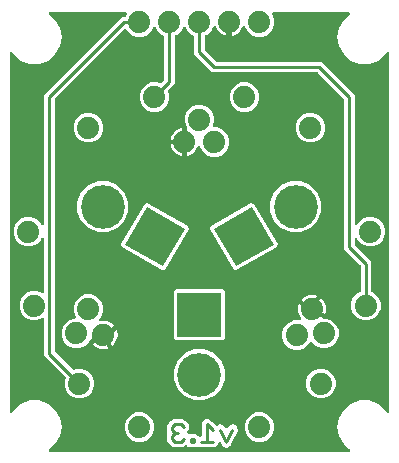
<source format=gbr>
G04 EAGLE Gerber RS-274X export*
G75*
%MOMM*%
%FSLAX34Y34*%
%LPD*%
%INBottom Copper*%
%IPPOS*%
%AMOC8*
5,1,8,0,0,1.08239X$1,22.5*%
G01*
%ADD10C,0.279400*%
%ADD11C,3.700000*%
%ADD12R,3.700000X3.700000*%
%ADD13R,3.700000X3.700000*%
%ADD14C,1.879600*%
%ADD15C,0.254000*%

G36*
X126202Y-160777D02*
X126202Y-160777D01*
X126237Y-160779D01*
X126359Y-160757D01*
X126482Y-160741D01*
X126515Y-160728D01*
X126550Y-160722D01*
X126663Y-160670D01*
X126778Y-160624D01*
X126806Y-160604D01*
X126839Y-160589D01*
X126935Y-160510D01*
X127035Y-160438D01*
X127058Y-160410D01*
X127085Y-160388D01*
X127159Y-160288D01*
X127238Y-160193D01*
X127253Y-160161D01*
X127274Y-160132D01*
X127321Y-160017D01*
X127374Y-159905D01*
X127380Y-159870D01*
X127393Y-159837D01*
X127410Y-159714D01*
X127433Y-159593D01*
X127431Y-159557D01*
X127436Y-159522D01*
X127421Y-159399D01*
X127414Y-159275D01*
X127403Y-159241D01*
X127398Y-159206D01*
X127354Y-159091D01*
X127316Y-158973D01*
X127297Y-158943D01*
X127284Y-158910D01*
X127212Y-158809D01*
X127145Y-158704D01*
X127120Y-158680D01*
X127099Y-158651D01*
X126982Y-158540D01*
X122115Y-154456D01*
X118129Y-147551D01*
X116745Y-139700D01*
X118129Y-131849D01*
X122115Y-124945D01*
X128222Y-119820D01*
X135714Y-117093D01*
X143686Y-117093D01*
X151178Y-119820D01*
X157285Y-124944D01*
X158413Y-126898D01*
X158501Y-127014D01*
X158586Y-127132D01*
X158597Y-127141D01*
X158605Y-127151D01*
X158719Y-127242D01*
X158831Y-127335D01*
X158844Y-127341D01*
X158854Y-127349D01*
X158988Y-127409D01*
X159119Y-127470D01*
X159132Y-127473D01*
X159145Y-127478D01*
X159289Y-127503D01*
X159432Y-127530D01*
X159445Y-127529D01*
X159458Y-127532D01*
X159604Y-127519D01*
X159749Y-127510D01*
X159762Y-127506D01*
X159775Y-127505D01*
X159913Y-127457D01*
X160051Y-127412D01*
X160063Y-127405D01*
X160076Y-127401D01*
X160197Y-127320D01*
X160320Y-127242D01*
X160329Y-127232D01*
X160341Y-127225D01*
X160438Y-127117D01*
X160538Y-127011D01*
X160545Y-126999D01*
X160554Y-126989D01*
X160621Y-126860D01*
X160692Y-126732D01*
X160695Y-126719D01*
X160701Y-126707D01*
X160735Y-126565D01*
X160771Y-126424D01*
X160772Y-126406D01*
X160774Y-126398D01*
X160774Y-126380D01*
X160781Y-126263D01*
X160781Y177063D01*
X160763Y177208D01*
X160748Y177353D01*
X160743Y177366D01*
X160741Y177379D01*
X160688Y177514D01*
X160637Y177651D01*
X160629Y177662D01*
X160624Y177675D01*
X160539Y177792D01*
X160456Y177912D01*
X160445Y177921D01*
X160438Y177932D01*
X160326Y178025D01*
X160215Y178120D01*
X160203Y178126D01*
X160193Y178135D01*
X160061Y178197D01*
X159930Y178262D01*
X159917Y178265D01*
X159905Y178270D01*
X159762Y178298D01*
X159619Y178328D01*
X159606Y178328D01*
X159593Y178330D01*
X159448Y178321D01*
X159302Y178315D01*
X159288Y178311D01*
X159275Y178310D01*
X159137Y178266D01*
X158997Y178224D01*
X158985Y178217D01*
X158973Y178212D01*
X158849Y178134D01*
X158725Y178059D01*
X158715Y178049D01*
X158704Y178042D01*
X158604Y177936D01*
X158502Y177832D01*
X158492Y177817D01*
X158486Y177811D01*
X158478Y177796D01*
X158413Y177698D01*
X157285Y175745D01*
X151178Y170620D01*
X143686Y167893D01*
X135714Y167893D01*
X128222Y170620D01*
X122115Y175744D01*
X118129Y182649D01*
X116745Y190500D01*
X118129Y198351D01*
X122115Y205255D01*
X126982Y209340D01*
X127006Y209366D01*
X127035Y209386D01*
X127114Y209482D01*
X127199Y209573D01*
X127215Y209604D01*
X127238Y209631D01*
X127291Y209744D01*
X127350Y209853D01*
X127358Y209887D01*
X127374Y209919D01*
X127397Y210041D01*
X127427Y210161D01*
X127427Y210197D01*
X127433Y210232D01*
X127426Y210355D01*
X127425Y210479D01*
X127416Y210514D01*
X127414Y210549D01*
X127375Y210667D01*
X127344Y210787D01*
X127326Y210818D01*
X127316Y210851D01*
X127249Y210956D01*
X127189Y211065D01*
X127164Y211090D01*
X127145Y211120D01*
X127055Y211205D01*
X126970Y211295D01*
X126940Y211314D01*
X126914Y211338D01*
X126805Y211398D01*
X126700Y211464D01*
X126666Y211475D01*
X126635Y211492D01*
X126515Y211523D01*
X126397Y211560D01*
X126362Y211562D01*
X126327Y211571D01*
X126167Y211581D01*
X62700Y211581D01*
X62651Y211575D01*
X62601Y211577D01*
X62494Y211555D01*
X62385Y211541D01*
X62339Y211523D01*
X62290Y211513D01*
X62191Y211465D01*
X62089Y211424D01*
X62049Y211395D01*
X62004Y211373D01*
X61920Y211302D01*
X61832Y211238D01*
X61800Y211199D01*
X61762Y211167D01*
X61699Y211077D01*
X61629Y210993D01*
X61608Y210948D01*
X61579Y210907D01*
X61540Y210804D01*
X61493Y210705D01*
X61484Y210656D01*
X61466Y210610D01*
X61454Y210500D01*
X61433Y210393D01*
X61437Y210343D01*
X61431Y210294D01*
X61446Y210185D01*
X61453Y210075D01*
X61469Y210028D01*
X61475Y209979D01*
X61528Y209826D01*
X63247Y205676D01*
X63247Y200724D01*
X61352Y196150D01*
X57850Y192648D01*
X53276Y190753D01*
X48324Y190753D01*
X43750Y192648D01*
X40248Y196150D01*
X38995Y199175D01*
X38980Y199201D01*
X38971Y199230D01*
X38901Y199339D01*
X38837Y199452D01*
X38816Y199473D01*
X38800Y199498D01*
X38706Y199587D01*
X38616Y199680D01*
X38590Y199696D01*
X38569Y199716D01*
X38455Y199779D01*
X38345Y199846D01*
X38316Y199855D01*
X38290Y199869D01*
X38165Y199902D01*
X38041Y199940D01*
X38011Y199941D01*
X37982Y199949D01*
X37852Y199949D01*
X37723Y199955D01*
X37694Y199949D01*
X37664Y199949D01*
X37539Y199917D01*
X37412Y199891D01*
X37385Y199878D01*
X37356Y199870D01*
X37243Y199808D01*
X37126Y199751D01*
X37103Y199732D01*
X37077Y199717D01*
X36983Y199629D01*
X36884Y199545D01*
X36867Y199520D01*
X36845Y199500D01*
X36776Y199391D01*
X36701Y199285D01*
X36690Y199257D01*
X36674Y199231D01*
X36615Y199082D01*
X36464Y198617D01*
X35611Y196943D01*
X34506Y195422D01*
X33178Y194094D01*
X31657Y192989D01*
X29983Y192136D01*
X28196Y191555D01*
X27939Y191515D01*
X27939Y201930D01*
X27924Y202048D01*
X27917Y202167D01*
X27904Y202205D01*
X27899Y202245D01*
X27856Y202356D01*
X27819Y202469D01*
X27797Y202503D01*
X27782Y202541D01*
X27712Y202637D01*
X27649Y202738D01*
X27619Y202766D01*
X27595Y202798D01*
X27504Y202874D01*
X27417Y202956D01*
X27382Y202975D01*
X27351Y203001D01*
X27243Y203052D01*
X27139Y203109D01*
X27099Y203120D01*
X27063Y203137D01*
X26946Y203159D01*
X26831Y203189D01*
X26770Y203193D01*
X26750Y203197D01*
X26730Y203195D01*
X26670Y203199D01*
X24130Y203199D01*
X24012Y203184D01*
X23893Y203177D01*
X23855Y203164D01*
X23814Y203159D01*
X23704Y203115D01*
X23591Y203079D01*
X23556Y203057D01*
X23519Y203042D01*
X23423Y202972D01*
X23322Y202909D01*
X23294Y202879D01*
X23261Y202855D01*
X23186Y202764D01*
X23104Y202677D01*
X23084Y202642D01*
X23059Y202610D01*
X23008Y202503D01*
X22950Y202398D01*
X22940Y202359D01*
X22923Y202323D01*
X22901Y202206D01*
X22871Y202091D01*
X22867Y202030D01*
X22863Y202010D01*
X22865Y201990D01*
X22861Y201930D01*
X22861Y191515D01*
X22604Y191555D01*
X20817Y192136D01*
X19143Y192989D01*
X17622Y194094D01*
X16294Y195422D01*
X15189Y196943D01*
X14336Y198617D01*
X14185Y199082D01*
X14172Y199109D01*
X14165Y199138D01*
X14105Y199252D01*
X14050Y199370D01*
X14031Y199393D01*
X14017Y199419D01*
X13930Y199515D01*
X13847Y199615D01*
X13823Y199632D01*
X13803Y199654D01*
X13694Y199726D01*
X13590Y199802D01*
X13562Y199813D01*
X13537Y199829D01*
X13414Y199871D01*
X13294Y199919D01*
X13264Y199923D01*
X13236Y199932D01*
X13107Y199943D01*
X12979Y199959D01*
X12949Y199955D01*
X12919Y199958D01*
X12791Y199935D01*
X12663Y199919D01*
X12635Y199908D01*
X12606Y199903D01*
X12488Y199850D01*
X12367Y199802D01*
X12343Y199785D01*
X12316Y199773D01*
X12215Y199692D01*
X12110Y199616D01*
X12091Y199593D01*
X12067Y199574D01*
X11989Y199470D01*
X11907Y199371D01*
X11894Y199344D01*
X11876Y199320D01*
X11805Y199175D01*
X10552Y196150D01*
X7050Y192648D01*
X5102Y191841D01*
X5077Y191827D01*
X5049Y191817D01*
X4939Y191748D01*
X4826Y191684D01*
X4805Y191663D01*
X4780Y191647D01*
X4691Y191553D01*
X4598Y191462D01*
X4582Y191437D01*
X4562Y191416D01*
X4499Y191302D01*
X4431Y191191D01*
X4423Y191163D01*
X4408Y191137D01*
X4376Y191011D01*
X4338Y190887D01*
X4336Y190858D01*
X4329Y190829D01*
X4319Y190669D01*
X4319Y180115D01*
X4331Y180016D01*
X4334Y179917D01*
X4351Y179859D01*
X4359Y179799D01*
X4395Y179707D01*
X4423Y179612D01*
X4453Y179560D01*
X4476Y179503D01*
X4534Y179423D01*
X4584Y179338D01*
X4650Y179263D01*
X4662Y179246D01*
X4672Y179238D01*
X4690Y179217D01*
X14117Y169790D01*
X14195Y169730D01*
X14268Y169662D01*
X14321Y169633D01*
X14368Y169596D01*
X14459Y169556D01*
X14546Y169508D01*
X14605Y169493D01*
X14660Y169469D01*
X14758Y169454D01*
X14854Y169429D01*
X14954Y169423D01*
X14974Y169419D01*
X14987Y169421D01*
X15015Y169419D01*
X103389Y169419D01*
X131319Y141489D01*
X131319Y32263D01*
X131327Y32194D01*
X131326Y32124D01*
X131347Y32037D01*
X131359Y31948D01*
X131384Y31883D01*
X131401Y31815D01*
X131443Y31736D01*
X131476Y31652D01*
X131517Y31596D01*
X131549Y31534D01*
X131610Y31467D01*
X131662Y31395D01*
X131716Y31350D01*
X131763Y31299D01*
X131838Y31249D01*
X131907Y31192D01*
X131971Y31162D01*
X132029Y31124D01*
X132114Y31095D01*
X132195Y31056D01*
X132264Y31043D01*
X132330Y31021D01*
X132419Y31014D01*
X132507Y30997D01*
X132577Y31001D01*
X132647Y30995D01*
X132735Y31011D01*
X132825Y31016D01*
X132891Y31038D01*
X132960Y31050D01*
X133042Y31087D01*
X133127Y31114D01*
X133186Y31152D01*
X133250Y31180D01*
X133320Y31236D01*
X133396Y31285D01*
X133444Y31335D01*
X133498Y31379D01*
X133553Y31451D01*
X133614Y31516D01*
X133648Y31577D01*
X133690Y31633D01*
X133761Y31778D01*
X134228Y32906D01*
X137730Y36408D01*
X142304Y38303D01*
X147256Y38303D01*
X151830Y36408D01*
X155332Y32906D01*
X157227Y28332D01*
X157227Y23380D01*
X155332Y18805D01*
X151830Y15304D01*
X147256Y13409D01*
X142304Y13409D01*
X137730Y15304D01*
X134228Y18805D01*
X133761Y19934D01*
X133726Y19995D01*
X133700Y20060D01*
X133648Y20132D01*
X133603Y20210D01*
X133555Y20261D01*
X133514Y20317D01*
X133444Y20374D01*
X133382Y20439D01*
X133322Y20475D01*
X133269Y20520D01*
X133187Y20558D01*
X133111Y20605D01*
X133044Y20626D01*
X132981Y20655D01*
X132893Y20672D01*
X132807Y20699D01*
X132737Y20702D01*
X132668Y20715D01*
X132579Y20710D01*
X132489Y20714D01*
X132421Y20700D01*
X132351Y20695D01*
X132266Y20668D01*
X132178Y20650D01*
X132115Y20619D01*
X132049Y20597D01*
X131973Y20549D01*
X131892Y20510D01*
X131839Y20465D01*
X131780Y20427D01*
X131718Y20362D01*
X131650Y20303D01*
X131610Y20246D01*
X131562Y20196D01*
X131519Y20117D01*
X131467Y20043D01*
X131442Y19978D01*
X131408Y19917D01*
X131386Y19830D01*
X131354Y19746D01*
X131346Y19677D01*
X131329Y19609D01*
X131319Y19448D01*
X131319Y15015D01*
X131331Y14916D01*
X131334Y14817D01*
X131351Y14759D01*
X131359Y14699D01*
X131395Y14607D01*
X131423Y14512D01*
X131453Y14460D01*
X131476Y14403D01*
X131534Y14323D01*
X131584Y14238D01*
X131650Y14163D01*
X131662Y14146D01*
X131672Y14138D01*
X131690Y14117D01*
X145289Y519D01*
X145289Y-24323D01*
X145292Y-24352D01*
X145290Y-24382D01*
X145312Y-24510D01*
X145329Y-24638D01*
X145339Y-24666D01*
X145344Y-24695D01*
X145398Y-24814D01*
X145446Y-24934D01*
X145463Y-24958D01*
X145475Y-24985D01*
X145556Y-25086D01*
X145632Y-25192D01*
X145655Y-25210D01*
X145674Y-25233D01*
X145777Y-25312D01*
X145877Y-25394D01*
X145904Y-25407D01*
X145928Y-25425D01*
X146072Y-25496D01*
X148020Y-26303D01*
X151522Y-29804D01*
X153417Y-34379D01*
X153417Y-39330D01*
X151522Y-43905D01*
X148020Y-47406D01*
X143446Y-49301D01*
X138494Y-49301D01*
X133920Y-47406D01*
X130418Y-43905D01*
X128523Y-39330D01*
X128523Y-34379D01*
X130418Y-29804D01*
X133920Y-26303D01*
X135868Y-25496D01*
X135893Y-25481D01*
X135921Y-25472D01*
X136031Y-25402D01*
X136144Y-25338D01*
X136165Y-25318D01*
X136190Y-25302D01*
X136279Y-25207D01*
X136372Y-25117D01*
X136388Y-25092D01*
X136408Y-25070D01*
X136471Y-24956D01*
X136539Y-24846D01*
X136547Y-24817D01*
X136562Y-24792D01*
X136594Y-24666D01*
X136632Y-24542D01*
X136634Y-24512D01*
X136641Y-24484D01*
X136651Y-24323D01*
X136651Y-3585D01*
X136639Y-3486D01*
X136636Y-3387D01*
X136619Y-3329D01*
X136611Y-3269D01*
X136575Y-3177D01*
X136547Y-3082D01*
X136517Y-3030D01*
X136494Y-2973D01*
X136436Y-2893D01*
X136386Y-2808D01*
X136320Y-2733D01*
X136308Y-2716D01*
X136298Y-2708D01*
X136280Y-2687D01*
X125583Y8010D01*
X122681Y10911D01*
X122681Y137385D01*
X122669Y137484D01*
X122666Y137583D01*
X122649Y137641D01*
X122641Y137701D01*
X122605Y137793D01*
X122577Y137888D01*
X122547Y137940D01*
X122524Y137997D01*
X122466Y138077D01*
X122416Y138162D01*
X122350Y138237D01*
X122338Y138254D01*
X122328Y138262D01*
X122310Y138283D01*
X100183Y160410D01*
X100105Y160470D01*
X100032Y160538D01*
X99979Y160567D01*
X99932Y160604D01*
X99841Y160644D01*
X99754Y160692D01*
X99695Y160707D01*
X99640Y160731D01*
X99542Y160746D01*
X99446Y160771D01*
X99346Y160777D01*
X99326Y160781D01*
X99313Y160779D01*
X99285Y160781D01*
X10911Y160781D01*
X-1417Y173110D01*
X-4319Y176011D01*
X-4319Y190669D01*
X-4322Y190698D01*
X-4320Y190727D01*
X-4342Y190855D01*
X-4359Y190984D01*
X-4369Y191011D01*
X-4374Y191041D01*
X-4428Y191159D01*
X-4476Y191280D01*
X-4493Y191304D01*
X-4505Y191331D01*
X-4586Y191432D01*
X-4662Y191537D01*
X-4685Y191556D01*
X-4704Y191579D01*
X-4807Y191657D01*
X-4907Y191740D01*
X-4934Y191753D01*
X-4958Y191770D01*
X-5102Y191841D01*
X-7050Y192648D01*
X-10552Y196150D01*
X-11527Y198505D01*
X-11596Y198625D01*
X-11661Y198748D01*
X-11675Y198763D01*
X-11685Y198781D01*
X-11782Y198881D01*
X-11875Y198984D01*
X-11892Y198995D01*
X-11906Y199009D01*
X-12025Y199082D01*
X-12141Y199158D01*
X-12160Y199165D01*
X-12177Y199176D01*
X-12310Y199217D01*
X-12442Y199262D01*
X-12462Y199263D01*
X-12481Y199269D01*
X-12620Y199276D01*
X-12759Y199287D01*
X-12779Y199283D01*
X-12799Y199284D01*
X-12935Y199256D01*
X-13072Y199232D01*
X-13091Y199224D01*
X-13110Y199220D01*
X-13236Y199159D01*
X-13362Y199102D01*
X-13378Y199089D01*
X-13396Y199080D01*
X-13502Y198990D01*
X-13610Y198903D01*
X-13623Y198887D01*
X-13638Y198874D01*
X-13718Y198760D01*
X-13802Y198649D01*
X-13814Y198624D01*
X-13821Y198614D01*
X-13828Y198595D01*
X-13873Y198505D01*
X-14848Y196149D01*
X-18350Y192648D01*
X-20298Y191841D01*
X-20323Y191827D01*
X-20351Y191817D01*
X-20461Y191748D01*
X-20574Y191684D01*
X-20595Y191663D01*
X-20620Y191647D01*
X-20709Y191553D01*
X-20802Y191462D01*
X-20818Y191437D01*
X-20838Y191416D01*
X-20901Y191302D01*
X-20969Y191191D01*
X-20977Y191163D01*
X-20992Y191137D01*
X-21024Y191011D01*
X-21062Y190887D01*
X-21064Y190858D01*
X-21071Y190829D01*
X-21081Y190669D01*
X-21081Y150611D01*
X-26185Y145507D01*
X-26203Y145484D01*
X-26226Y145465D01*
X-26301Y145359D01*
X-26380Y145256D01*
X-26392Y145229D01*
X-26409Y145205D01*
X-26455Y145083D01*
X-26506Y144964D01*
X-26511Y144935D01*
X-26521Y144907D01*
X-26536Y144778D01*
X-26556Y144650D01*
X-26553Y144621D01*
X-26557Y144591D01*
X-26539Y144463D01*
X-26526Y144333D01*
X-26516Y144306D01*
X-26512Y144276D01*
X-26460Y144124D01*
X-25653Y142176D01*
X-25653Y137224D01*
X-27548Y132650D01*
X-31050Y129148D01*
X-35624Y127253D01*
X-40576Y127253D01*
X-45150Y129148D01*
X-48652Y132650D01*
X-50547Y137224D01*
X-50547Y142176D01*
X-48652Y146750D01*
X-45150Y150252D01*
X-40576Y152147D01*
X-35624Y152147D01*
X-33676Y151340D01*
X-33648Y151332D01*
X-33621Y151319D01*
X-33494Y151290D01*
X-33369Y151256D01*
X-33340Y151255D01*
X-33311Y151249D01*
X-33181Y151253D01*
X-33051Y151251D01*
X-33023Y151258D01*
X-32993Y151259D01*
X-32868Y151295D01*
X-32742Y151325D01*
X-32716Y151339D01*
X-32688Y151347D01*
X-32576Y151413D01*
X-32461Y151474D01*
X-32439Y151493D01*
X-32414Y151508D01*
X-32293Y151615D01*
X-30090Y153817D01*
X-30030Y153895D01*
X-29962Y153968D01*
X-29933Y154021D01*
X-29896Y154068D01*
X-29856Y154159D01*
X-29808Y154246D01*
X-29793Y154305D01*
X-29769Y154360D01*
X-29754Y154458D01*
X-29729Y154554D01*
X-29723Y154654D01*
X-29719Y154674D01*
X-29721Y154687D01*
X-29719Y154715D01*
X-29719Y190669D01*
X-29722Y190698D01*
X-29720Y190727D01*
X-29742Y190855D01*
X-29759Y190984D01*
X-29769Y191011D01*
X-29774Y191041D01*
X-29828Y191159D01*
X-29876Y191280D01*
X-29893Y191304D01*
X-29905Y191331D01*
X-29986Y191432D01*
X-30062Y191537D01*
X-30085Y191556D01*
X-30104Y191579D01*
X-30207Y191657D01*
X-30307Y191740D01*
X-30334Y191753D01*
X-30358Y191770D01*
X-30502Y191841D01*
X-32450Y192648D01*
X-35952Y196150D01*
X-36927Y198505D01*
X-36996Y198625D01*
X-37061Y198748D01*
X-37075Y198763D01*
X-37085Y198781D01*
X-37182Y198881D01*
X-37275Y198984D01*
X-37292Y198995D01*
X-37306Y199009D01*
X-37425Y199082D01*
X-37541Y199158D01*
X-37560Y199165D01*
X-37577Y199176D01*
X-37710Y199217D01*
X-37842Y199262D01*
X-37862Y199263D01*
X-37881Y199269D01*
X-38020Y199276D01*
X-38159Y199287D01*
X-38179Y199283D01*
X-38199Y199284D01*
X-38335Y199256D01*
X-38472Y199232D01*
X-38491Y199224D01*
X-38510Y199220D01*
X-38636Y199159D01*
X-38762Y199102D01*
X-38778Y199089D01*
X-38796Y199080D01*
X-38902Y198990D01*
X-39010Y198903D01*
X-39023Y198887D01*
X-39038Y198874D01*
X-39118Y198760D01*
X-39202Y198649D01*
X-39214Y198624D01*
X-39221Y198614D01*
X-39228Y198595D01*
X-39273Y198505D01*
X-40248Y196149D01*
X-43750Y192648D01*
X-48324Y190753D01*
X-53276Y190753D01*
X-57850Y192648D01*
X-61352Y196150D01*
X-61530Y196580D01*
X-61555Y196623D01*
X-61572Y196670D01*
X-61633Y196761D01*
X-61688Y196856D01*
X-61722Y196892D01*
X-61750Y196933D01*
X-61833Y197006D01*
X-61909Y197085D01*
X-61951Y197111D01*
X-61989Y197144D01*
X-62087Y197194D01*
X-62180Y197251D01*
X-62228Y197266D01*
X-62272Y197288D01*
X-62379Y197312D01*
X-62484Y197345D01*
X-62534Y197347D01*
X-62582Y197358D01*
X-62692Y197355D01*
X-62802Y197360D01*
X-62850Y197350D01*
X-62900Y197348D01*
X-63006Y197318D01*
X-63113Y197296D01*
X-63158Y197274D01*
X-63206Y197260D01*
X-63300Y197204D01*
X-63399Y197156D01*
X-63437Y197124D01*
X-63480Y197098D01*
X-63600Y196992D01*
X-122310Y138283D01*
X-122370Y138205D01*
X-122438Y138132D01*
X-122467Y138079D01*
X-122504Y138032D01*
X-122544Y137941D01*
X-122592Y137854D01*
X-122607Y137795D01*
X-122631Y137740D01*
X-122646Y137642D01*
X-122671Y137546D01*
X-122677Y137446D01*
X-122681Y137426D01*
X-122679Y137413D01*
X-122681Y137385D01*
X-122681Y-75130D01*
X-122669Y-75229D01*
X-122666Y-75328D01*
X-122649Y-75386D01*
X-122641Y-75446D01*
X-122605Y-75538D01*
X-122577Y-75633D01*
X-122547Y-75685D01*
X-122524Y-75742D01*
X-122466Y-75822D01*
X-122416Y-75907D01*
X-122350Y-75982D01*
X-122338Y-75999D01*
X-122328Y-76007D01*
X-122310Y-76028D01*
X-107407Y-90931D01*
X-107384Y-90949D01*
X-107365Y-90971D01*
X-107258Y-91046D01*
X-107156Y-91126D01*
X-107129Y-91137D01*
X-107105Y-91154D01*
X-106983Y-91200D01*
X-106864Y-91252D01*
X-106835Y-91257D01*
X-106807Y-91267D01*
X-106678Y-91281D01*
X-106550Y-91302D01*
X-106520Y-91299D01*
X-106491Y-91302D01*
X-106363Y-91284D01*
X-106233Y-91272D01*
X-106205Y-91262D01*
X-106176Y-91258D01*
X-106024Y-91206D01*
X-104076Y-90399D01*
X-99124Y-90399D01*
X-94550Y-92294D01*
X-91048Y-95795D01*
X-89153Y-100370D01*
X-89153Y-105321D01*
X-91048Y-109896D01*
X-94550Y-113397D01*
X-99124Y-115292D01*
X-104076Y-115292D01*
X-108650Y-113397D01*
X-112152Y-109896D01*
X-114047Y-105321D01*
X-114047Y-100370D01*
X-113240Y-98421D01*
X-113232Y-98393D01*
X-113218Y-98367D01*
X-113190Y-98240D01*
X-113156Y-98115D01*
X-113155Y-98085D01*
X-113149Y-98056D01*
X-113153Y-97927D01*
X-113151Y-97797D01*
X-113158Y-97768D01*
X-113158Y-97738D01*
X-113195Y-97614D01*
X-113225Y-97487D01*
X-113239Y-97461D01*
X-113247Y-97433D01*
X-113313Y-97321D01*
X-113374Y-97206D01*
X-113393Y-97184D01*
X-113408Y-97159D01*
X-113515Y-97038D01*
X-130278Y-80275D01*
X-131319Y-79234D01*
X-131319Y-77421D01*
X-131319Y-48755D01*
X-131325Y-48705D01*
X-131323Y-48656D01*
X-131345Y-48548D01*
X-131359Y-48439D01*
X-131377Y-48393D01*
X-131387Y-48344D01*
X-131435Y-48245D01*
X-131476Y-48143D01*
X-131505Y-48103D01*
X-131527Y-48059D01*
X-131598Y-47975D01*
X-131662Y-47886D01*
X-131701Y-47854D01*
X-131733Y-47817D01*
X-131823Y-47753D01*
X-131907Y-47683D01*
X-131952Y-47662D01*
X-131993Y-47633D01*
X-132096Y-47594D01*
X-132195Y-47548D01*
X-132244Y-47538D01*
X-132290Y-47521D01*
X-132400Y-47509D01*
X-132507Y-47488D01*
X-132557Y-47491D01*
X-132606Y-47485D01*
X-132715Y-47501D01*
X-132825Y-47508D01*
X-132872Y-47523D01*
X-132921Y-47530D01*
X-133074Y-47582D01*
X-137224Y-49301D01*
X-142176Y-49301D01*
X-146750Y-47406D01*
X-150252Y-43905D01*
X-152147Y-39330D01*
X-152147Y-34379D01*
X-150252Y-29804D01*
X-146750Y-26303D01*
X-142176Y-24408D01*
X-137224Y-24408D01*
X-133074Y-26127D01*
X-133026Y-26140D01*
X-132981Y-26161D01*
X-132873Y-26182D01*
X-132767Y-26211D01*
X-132717Y-26212D01*
X-132668Y-26221D01*
X-132559Y-26214D01*
X-132449Y-26216D01*
X-132401Y-26204D01*
X-132351Y-26201D01*
X-132247Y-26167D01*
X-132140Y-26142D01*
X-132096Y-26118D01*
X-132049Y-26103D01*
X-131956Y-26044D01*
X-131859Y-25993D01*
X-131822Y-25960D01*
X-131780Y-25933D01*
X-131705Y-25853D01*
X-131623Y-25779D01*
X-131596Y-25738D01*
X-131562Y-25701D01*
X-131509Y-25605D01*
X-131449Y-25513D01*
X-131432Y-25466D01*
X-131408Y-25423D01*
X-131381Y-25317D01*
X-131345Y-25213D01*
X-131341Y-25163D01*
X-131329Y-25115D01*
X-131319Y-24954D01*
X-131319Y19448D01*
X-131327Y19518D01*
X-131326Y19587D01*
X-131347Y19675D01*
X-131359Y19764D01*
X-131384Y19829D01*
X-131401Y19897D01*
X-131443Y19976D01*
X-131476Y20060D01*
X-131517Y20116D01*
X-131549Y20178D01*
X-131610Y20244D01*
X-131662Y20317D01*
X-131716Y20362D01*
X-131763Y20413D01*
X-131838Y20462D01*
X-131907Y20520D01*
X-131971Y20550D01*
X-132029Y20588D01*
X-132114Y20617D01*
X-132195Y20655D01*
X-132264Y20668D01*
X-132330Y20691D01*
X-132419Y20698D01*
X-132507Y20715D01*
X-132577Y20711D01*
X-132647Y20716D01*
X-132735Y20701D01*
X-132825Y20695D01*
X-132891Y20674D01*
X-132960Y20662D01*
X-133042Y20625D01*
X-133127Y20597D01*
X-133186Y20560D01*
X-133250Y20531D01*
X-133320Y20475D01*
X-133396Y20427D01*
X-133444Y20376D01*
X-133498Y20333D01*
X-133553Y20261D01*
X-133614Y20196D01*
X-133648Y20134D01*
X-133690Y20079D01*
X-133761Y19934D01*
X-134228Y18805D01*
X-137730Y15304D01*
X-142304Y13409D01*
X-147256Y13409D01*
X-151830Y15304D01*
X-155332Y18805D01*
X-157227Y23380D01*
X-157227Y28332D01*
X-155332Y32906D01*
X-151830Y36408D01*
X-147256Y38303D01*
X-142304Y38303D01*
X-137730Y36408D01*
X-134228Y32906D01*
X-133761Y31778D01*
X-133726Y31717D01*
X-133700Y31652D01*
X-133648Y31580D01*
X-133603Y31501D01*
X-133555Y31451D01*
X-133514Y31395D01*
X-133444Y31337D01*
X-133382Y31273D01*
X-133322Y31237D01*
X-133269Y31192D01*
X-133187Y31154D01*
X-133111Y31107D01*
X-133044Y31086D01*
X-132981Y31056D01*
X-132893Y31040D01*
X-132807Y31013D01*
X-132737Y31010D01*
X-132668Y30997D01*
X-132579Y31002D01*
X-132489Y30998D01*
X-132421Y31012D01*
X-132351Y31016D01*
X-132266Y31044D01*
X-132178Y31062D01*
X-132115Y31093D01*
X-132049Y31114D01*
X-131973Y31162D01*
X-131892Y31202D01*
X-131839Y31247D01*
X-131780Y31285D01*
X-131718Y31350D01*
X-131650Y31408D01*
X-131610Y31465D01*
X-131562Y31516D01*
X-131519Y31595D01*
X-131467Y31668D01*
X-131442Y31734D01*
X-131408Y31795D01*
X-131386Y31882D01*
X-131354Y31966D01*
X-131346Y32035D01*
X-131329Y32103D01*
X-131319Y32263D01*
X-131319Y141489D01*
X-65289Y207519D01*
X-63331Y207519D01*
X-63302Y207522D01*
X-63273Y207520D01*
X-63145Y207542D01*
X-63016Y207559D01*
X-62989Y207569D01*
X-62959Y207574D01*
X-62841Y207628D01*
X-62720Y207676D01*
X-62696Y207693D01*
X-62669Y207705D01*
X-62568Y207786D01*
X-62463Y207862D01*
X-62444Y207885D01*
X-62421Y207904D01*
X-62343Y208007D01*
X-62260Y208107D01*
X-62247Y208134D01*
X-62230Y208158D01*
X-62159Y208302D01*
X-61528Y209826D01*
X-61514Y209874D01*
X-61493Y209919D01*
X-61473Y210027D01*
X-61444Y210133D01*
X-61443Y210183D01*
X-61433Y210232D01*
X-61440Y210341D01*
X-61439Y210451D01*
X-61450Y210499D01*
X-61453Y210549D01*
X-61487Y210653D01*
X-61513Y210760D01*
X-61536Y210804D01*
X-61551Y210851D01*
X-61610Y210944D01*
X-61661Y211041D01*
X-61695Y211078D01*
X-61721Y211120D01*
X-61802Y211195D01*
X-61875Y211277D01*
X-61917Y211304D01*
X-61953Y211338D01*
X-62049Y211391D01*
X-62141Y211451D01*
X-62188Y211468D01*
X-62232Y211492D01*
X-62338Y211519D01*
X-62442Y211555D01*
X-62491Y211559D01*
X-62539Y211571D01*
X-62700Y211581D01*
X-126167Y211581D01*
X-126202Y211577D01*
X-126237Y211579D01*
X-126359Y211557D01*
X-126482Y211541D01*
X-126515Y211528D01*
X-126550Y211522D01*
X-126663Y211470D01*
X-126778Y211424D01*
X-126806Y211404D01*
X-126839Y211389D01*
X-126935Y211310D01*
X-127035Y211238D01*
X-127058Y211210D01*
X-127085Y211188D01*
X-127159Y211088D01*
X-127238Y210993D01*
X-127253Y210961D01*
X-127274Y210932D01*
X-127321Y210817D01*
X-127374Y210705D01*
X-127380Y210670D01*
X-127393Y210637D01*
X-127410Y210514D01*
X-127433Y210393D01*
X-127431Y210357D01*
X-127436Y210322D01*
X-127421Y210199D01*
X-127414Y210075D01*
X-127403Y210041D01*
X-127398Y210006D01*
X-127354Y209891D01*
X-127316Y209773D01*
X-127297Y209743D01*
X-127284Y209710D01*
X-127212Y209609D01*
X-127145Y209504D01*
X-127120Y209480D01*
X-127099Y209451D01*
X-126982Y209340D01*
X-122115Y205256D01*
X-118129Y198351D01*
X-116745Y190500D01*
X-118129Y182649D01*
X-122115Y175745D01*
X-128222Y170620D01*
X-135714Y167893D01*
X-143686Y167893D01*
X-151178Y170620D01*
X-157285Y175744D01*
X-158413Y177698D01*
X-158501Y177814D01*
X-158586Y177932D01*
X-158597Y177941D01*
X-158605Y177951D01*
X-158719Y178042D01*
X-158831Y178135D01*
X-158844Y178141D01*
X-158854Y178149D01*
X-158988Y178209D01*
X-159119Y178270D01*
X-159132Y178273D01*
X-159145Y178278D01*
X-159289Y178303D01*
X-159432Y178330D01*
X-159445Y178329D01*
X-159458Y178332D01*
X-159604Y178319D01*
X-159749Y178310D01*
X-159762Y178306D01*
X-159775Y178305D01*
X-159913Y178257D01*
X-160051Y178212D01*
X-160063Y178205D01*
X-160076Y178201D01*
X-160197Y178120D01*
X-160320Y178042D01*
X-160329Y178032D01*
X-160341Y178025D01*
X-160438Y177917D01*
X-160538Y177811D01*
X-160545Y177799D01*
X-160554Y177789D01*
X-160621Y177660D01*
X-160692Y177532D01*
X-160695Y177519D01*
X-160701Y177507D01*
X-160735Y177365D01*
X-160771Y177224D01*
X-160772Y177206D01*
X-160774Y177198D01*
X-160774Y177180D01*
X-160781Y177063D01*
X-160781Y-126263D01*
X-160763Y-126408D01*
X-160748Y-126553D01*
X-160743Y-126566D01*
X-160741Y-126579D01*
X-160688Y-126714D01*
X-160637Y-126851D01*
X-160629Y-126862D01*
X-160624Y-126875D01*
X-160539Y-126992D01*
X-160456Y-127112D01*
X-160445Y-127121D01*
X-160438Y-127132D01*
X-160325Y-127225D01*
X-160215Y-127320D01*
X-160203Y-127326D01*
X-160193Y-127335D01*
X-160061Y-127397D01*
X-159930Y-127462D01*
X-159917Y-127465D01*
X-159905Y-127470D01*
X-159763Y-127498D01*
X-159619Y-127528D01*
X-159606Y-127528D01*
X-159593Y-127530D01*
X-159448Y-127521D01*
X-159302Y-127515D01*
X-159288Y-127511D01*
X-159275Y-127510D01*
X-159137Y-127466D01*
X-158997Y-127424D01*
X-158985Y-127417D01*
X-158973Y-127412D01*
X-158850Y-127335D01*
X-158725Y-127259D01*
X-158715Y-127249D01*
X-158704Y-127242D01*
X-158604Y-127136D01*
X-158502Y-127032D01*
X-158492Y-127017D01*
X-158486Y-127011D01*
X-158478Y-126996D01*
X-158413Y-126898D01*
X-157285Y-124945D01*
X-151178Y-119820D01*
X-143686Y-117093D01*
X-135714Y-117093D01*
X-128222Y-119820D01*
X-122115Y-124944D01*
X-118129Y-131849D01*
X-116745Y-139700D01*
X-118129Y-147551D01*
X-122115Y-154455D01*
X-126982Y-158540D01*
X-127006Y-158566D01*
X-127035Y-158586D01*
X-127114Y-158682D01*
X-127199Y-158773D01*
X-127215Y-158804D01*
X-127238Y-158831D01*
X-127291Y-158944D01*
X-127350Y-159053D01*
X-127358Y-159087D01*
X-127374Y-159119D01*
X-127397Y-159241D01*
X-127427Y-159361D01*
X-127427Y-159397D01*
X-127433Y-159432D01*
X-127426Y-159555D01*
X-127425Y-159679D01*
X-127416Y-159714D01*
X-127414Y-159749D01*
X-127375Y-159867D01*
X-127344Y-159987D01*
X-127326Y-160018D01*
X-127316Y-160051D01*
X-127249Y-160156D01*
X-127189Y-160265D01*
X-127164Y-160290D01*
X-127145Y-160320D01*
X-127055Y-160405D01*
X-126970Y-160495D01*
X-126940Y-160514D01*
X-126914Y-160538D01*
X-126805Y-160598D01*
X-126700Y-160664D01*
X-126666Y-160675D01*
X-126635Y-160692D01*
X-126515Y-160723D01*
X-126397Y-160760D01*
X-126362Y-160762D01*
X-126327Y-160771D01*
X-126167Y-160781D01*
X126167Y-160781D01*
X126202Y-160777D01*
G37*
%LPC*%
G36*
X-65582Y12810D02*
X-65582Y12810D01*
X-66236Y15249D01*
X-46473Y49479D01*
X-44034Y50133D01*
X-9803Y30370D01*
X-9150Y27931D01*
X-28913Y-6299D01*
X-31352Y-6953D01*
X-65582Y12810D01*
G37*
%LPD*%
%LPC*%
G36*
X28913Y-6299D02*
X28913Y-6299D01*
X9150Y27931D01*
X9803Y30370D01*
X44034Y50133D01*
X46473Y49479D01*
X66236Y15249D01*
X65582Y12810D01*
X31352Y-6953D01*
X28913Y-6299D01*
G37*
%LPD*%
%LPC*%
G36*
X-19763Y-65999D02*
X-19763Y-65999D01*
X-21549Y-64213D01*
X-21549Y-24687D01*
X-19763Y-22901D01*
X19763Y-22901D01*
X21549Y-24687D01*
X21549Y-64213D01*
X19763Y-65999D01*
X-19763Y-65999D01*
G37*
%LPD*%
%LPC*%
G36*
X77401Y25441D02*
X77401Y25441D01*
X69481Y28722D01*
X63419Y34784D01*
X60138Y42704D01*
X60138Y51276D01*
X63419Y59196D01*
X69481Y65258D01*
X77401Y68539D01*
X85973Y68539D01*
X93893Y65258D01*
X99955Y59196D01*
X103236Y51276D01*
X103236Y42704D01*
X99955Y34784D01*
X93893Y28722D01*
X85973Y25441D01*
X77401Y25441D01*
G37*
%LPD*%
%LPC*%
G36*
X-85973Y25441D02*
X-85973Y25441D01*
X-93893Y28722D01*
X-99955Y34784D01*
X-103236Y42704D01*
X-103236Y51276D01*
X-99955Y59196D01*
X-93893Y65258D01*
X-85973Y68539D01*
X-77401Y68539D01*
X-69481Y65258D01*
X-63419Y59196D01*
X-60138Y51276D01*
X-60138Y42704D01*
X-63419Y34784D01*
X-69481Y28722D01*
X-77401Y25441D01*
X-85973Y25441D01*
G37*
%LPD*%
%LPC*%
G36*
X-4286Y-116799D02*
X-4286Y-116799D01*
X-12206Y-113518D01*
X-18268Y-107456D01*
X-21549Y-99536D01*
X-21549Y-90964D01*
X-18268Y-83044D01*
X-12206Y-76982D01*
X-4286Y-73701D01*
X4286Y-73701D01*
X12206Y-76982D01*
X18268Y-83044D01*
X21549Y-90964D01*
X21549Y-99536D01*
X18268Y-107456D01*
X12206Y-113518D01*
X4286Y-116799D01*
X-4286Y-116799D01*
G37*
%LPD*%
%LPC*%
G36*
X80074Y-74245D02*
X80074Y-74245D01*
X75500Y-72350D01*
X71998Y-68849D01*
X70103Y-64274D01*
X70103Y-59323D01*
X71998Y-54748D01*
X75500Y-51247D01*
X80074Y-49352D01*
X84941Y-49352D01*
X84980Y-49347D01*
X85020Y-49349D01*
X85137Y-49327D01*
X85256Y-49312D01*
X85293Y-49297D01*
X85332Y-49290D01*
X85441Y-49239D01*
X85552Y-49195D01*
X85584Y-49172D01*
X85620Y-49155D01*
X85712Y-49078D01*
X85809Y-49008D01*
X85835Y-48977D01*
X85865Y-48952D01*
X85936Y-48855D01*
X86012Y-48763D01*
X86029Y-48727D01*
X86052Y-48695D01*
X86097Y-48584D01*
X86147Y-48475D01*
X86155Y-48436D01*
X86170Y-48399D01*
X86185Y-48281D01*
X86207Y-48163D01*
X86205Y-48123D01*
X86210Y-48084D01*
X86195Y-47965D01*
X86188Y-47846D01*
X86175Y-47808D01*
X86170Y-47768D01*
X86126Y-47657D01*
X86089Y-47543D01*
X86068Y-47510D01*
X86054Y-47472D01*
X85967Y-47336D01*
X85039Y-46059D01*
X84186Y-44384D01*
X83605Y-42597D01*
X83311Y-40741D01*
X83311Y-38862D01*
X83605Y-37006D01*
X84038Y-35674D01*
X93574Y-41180D01*
X93684Y-41226D01*
X93791Y-41279D01*
X93830Y-41287D01*
X93867Y-41303D01*
X93985Y-41320D01*
X94102Y-41345D01*
X94142Y-41343D01*
X94182Y-41349D01*
X94300Y-41337D01*
X94362Y-41334D01*
X94369Y-41358D01*
X94390Y-41392D01*
X94404Y-41430D01*
X94472Y-41528D01*
X94533Y-41630D01*
X94562Y-41658D01*
X94585Y-41691D01*
X94675Y-41769D01*
X94760Y-41853D01*
X94811Y-41886D01*
X94826Y-41899D01*
X94844Y-41908D01*
X94894Y-41942D01*
X104882Y-47708D01*
X104968Y-47744D01*
X105048Y-47789D01*
X105113Y-47805D01*
X105175Y-47831D01*
X105267Y-47845D01*
X105356Y-47868D01*
X105473Y-47875D01*
X105490Y-47878D01*
X105499Y-47877D01*
X105517Y-47878D01*
X107874Y-47878D01*
X112448Y-49773D01*
X115950Y-53275D01*
X117845Y-57849D01*
X117845Y-62801D01*
X115950Y-67375D01*
X112448Y-70877D01*
X107874Y-72772D01*
X102922Y-72772D01*
X98347Y-70877D01*
X95387Y-67917D01*
X95348Y-67887D01*
X95315Y-67850D01*
X95223Y-67789D01*
X95136Y-67722D01*
X95090Y-67702D01*
X95049Y-67675D01*
X94945Y-67639D01*
X94844Y-67596D01*
X94795Y-67588D01*
X94748Y-67572D01*
X94639Y-67563D01*
X94530Y-67546D01*
X94481Y-67551D01*
X94431Y-67547D01*
X94323Y-67565D01*
X94214Y-67576D01*
X94167Y-67592D01*
X94118Y-67601D01*
X94018Y-67646D01*
X93914Y-67683D01*
X93873Y-67711D01*
X93828Y-67732D01*
X93742Y-67800D01*
X93651Y-67862D01*
X93618Y-67899D01*
X93579Y-67930D01*
X93513Y-68018D01*
X93441Y-68100D01*
X93418Y-68145D01*
X93388Y-68184D01*
X93317Y-68329D01*
X93102Y-68849D01*
X89600Y-72350D01*
X85026Y-74245D01*
X80074Y-74245D01*
G37*
%LPD*%
%LPC*%
G36*
X-106604Y-72772D02*
X-106604Y-72772D01*
X-111178Y-70877D01*
X-114680Y-67375D01*
X-116575Y-62801D01*
X-116575Y-57849D01*
X-114680Y-53275D01*
X-111178Y-49773D01*
X-106604Y-47878D01*
X-106006Y-47878D01*
X-105957Y-47872D01*
X-105907Y-47874D01*
X-105800Y-47852D01*
X-105691Y-47838D01*
X-105645Y-47820D01*
X-105596Y-47810D01*
X-105497Y-47762D01*
X-105395Y-47721D01*
X-105355Y-47692D01*
X-105310Y-47670D01*
X-105227Y-47599D01*
X-105138Y-47535D01*
X-105106Y-47496D01*
X-105068Y-47464D01*
X-105005Y-47374D01*
X-104935Y-47290D01*
X-104914Y-47245D01*
X-104885Y-47204D01*
X-104846Y-47101D01*
X-104799Y-47002D01*
X-104790Y-46953D01*
X-104772Y-46907D01*
X-104760Y-46797D01*
X-104740Y-46690D01*
X-104743Y-46640D01*
X-104737Y-46591D01*
X-104753Y-46482D01*
X-104759Y-46372D01*
X-104775Y-46325D01*
X-104782Y-46276D01*
X-104834Y-46123D01*
X-106427Y-42277D01*
X-106427Y-37326D01*
X-104532Y-32751D01*
X-101030Y-29250D01*
X-96456Y-27355D01*
X-91504Y-27355D01*
X-86930Y-29250D01*
X-83428Y-32751D01*
X-81533Y-37326D01*
X-81533Y-42277D01*
X-83428Y-46852D01*
X-84467Y-47891D01*
X-84516Y-47954D01*
X-84572Y-48010D01*
X-84613Y-48079D01*
X-84662Y-48142D01*
X-84694Y-48215D01*
X-84734Y-48284D01*
X-84757Y-48361D01*
X-84789Y-48434D01*
X-84801Y-48513D01*
X-84823Y-48589D01*
X-84826Y-48669D01*
X-84838Y-48748D01*
X-84831Y-48828D01*
X-84833Y-48907D01*
X-84816Y-48985D01*
X-84809Y-49065D01*
X-84782Y-49140D01*
X-84764Y-49218D01*
X-84728Y-49289D01*
X-84701Y-49364D01*
X-84656Y-49430D01*
X-84620Y-49501D01*
X-84567Y-49561D01*
X-84522Y-49627D01*
X-84463Y-49680D01*
X-84410Y-49740D01*
X-84344Y-49785D01*
X-84284Y-49838D01*
X-84213Y-49874D01*
X-84147Y-49919D01*
X-84072Y-49946D01*
X-84001Y-49982D01*
X-83923Y-50000D01*
X-83848Y-50027D01*
X-83768Y-50035D01*
X-83690Y-50052D01*
X-83611Y-50050D01*
X-83531Y-50057D01*
X-83374Y-50042D01*
X-83373Y-50042D01*
X-83372Y-50042D01*
X-83371Y-50042D01*
X-82220Y-49860D01*
X-80340Y-49860D01*
X-78484Y-50154D01*
X-76697Y-50734D01*
X-75023Y-51588D01*
X-73502Y-52692D01*
X-72174Y-54021D01*
X-72084Y-54144D01*
X-81636Y-59658D01*
X-81730Y-59730D01*
X-81830Y-59796D01*
X-81857Y-59826D01*
X-81889Y-59851D01*
X-81963Y-59944D01*
X-82043Y-60032D01*
X-82061Y-60068D01*
X-82086Y-60100D01*
X-82135Y-60209D01*
X-82164Y-60263D01*
X-82187Y-60257D01*
X-82227Y-60258D01*
X-82267Y-60252D01*
X-82386Y-60261D01*
X-82505Y-60264D01*
X-82544Y-60275D01*
X-82584Y-60278D01*
X-82697Y-60317D01*
X-82811Y-60349D01*
X-82865Y-60376D01*
X-82885Y-60382D01*
X-82902Y-60394D01*
X-82956Y-60420D01*
X-92755Y-66078D01*
X-92767Y-66087D01*
X-92782Y-66094D01*
X-92894Y-66184D01*
X-93008Y-66270D01*
X-93018Y-66283D01*
X-93030Y-66293D01*
X-93117Y-66408D01*
X-93205Y-66519D01*
X-93212Y-66534D01*
X-93222Y-66547D01*
X-93293Y-66691D01*
X-93576Y-67375D01*
X-97077Y-70877D01*
X-101652Y-72772D01*
X-106604Y-72772D01*
G37*
%LPD*%
%LPC*%
G36*
X10224Y89153D02*
X10224Y89153D01*
X5650Y91048D01*
X2148Y94550D01*
X895Y97575D01*
X880Y97601D01*
X871Y97630D01*
X801Y97739D01*
X737Y97852D01*
X716Y97873D01*
X700Y97898D01*
X606Y97987D01*
X516Y98080D01*
X491Y98096D01*
X469Y98116D01*
X355Y98179D01*
X245Y98246D01*
X216Y98255D01*
X190Y98269D01*
X65Y98302D01*
X-59Y98340D01*
X-89Y98341D01*
X-118Y98349D01*
X-247Y98349D01*
X-377Y98355D01*
X-406Y98349D01*
X-436Y98349D01*
X-561Y98317D01*
X-688Y98291D01*
X-715Y98278D01*
X-744Y98270D01*
X-857Y98208D01*
X-974Y98151D01*
X-997Y98132D01*
X-1023Y98117D01*
X-1117Y98029D01*
X-1216Y97945D01*
X-1233Y97920D01*
X-1255Y97900D01*
X-1324Y97791D01*
X-1399Y97685D01*
X-1410Y97657D01*
X-1426Y97631D01*
X-1485Y97482D01*
X-1636Y97017D01*
X-2489Y95343D01*
X-3594Y93822D01*
X-4922Y92494D01*
X-6443Y91389D01*
X-8117Y90536D01*
X-9904Y89955D01*
X-10669Y89834D01*
X-10669Y100838D01*
X-10684Y100956D01*
X-10691Y101075D01*
X-10703Y101113D01*
X-10709Y101153D01*
X-10752Y101264D01*
X-10789Y101377D01*
X-10811Y101411D01*
X-10826Y101449D01*
X-10895Y101545D01*
X-10928Y101597D01*
X-10912Y101615D01*
X-10892Y101650D01*
X-10867Y101682D01*
X-10816Y101789D01*
X-10758Y101894D01*
X-10748Y101933D01*
X-10731Y101969D01*
X-10709Y102086D01*
X-10679Y102202D01*
X-10675Y102262D01*
X-10671Y102282D01*
X-10673Y102302D01*
X-10669Y102362D01*
X-10669Y113629D01*
X-10670Y113638D01*
X-10669Y113648D01*
X-10690Y113796D01*
X-10709Y113945D01*
X-10712Y113953D01*
X-10713Y113963D01*
X-10765Y114115D01*
X-12447Y118174D01*
X-12447Y123126D01*
X-10552Y127700D01*
X-7050Y131202D01*
X-2476Y133097D01*
X2476Y133097D01*
X7050Y131202D01*
X10552Y127700D01*
X12447Y123126D01*
X12447Y118174D01*
X11464Y115802D01*
X11451Y115754D01*
X11430Y115709D01*
X11409Y115601D01*
X11380Y115495D01*
X11379Y115445D01*
X11370Y115396D01*
X11377Y115287D01*
X11375Y115177D01*
X11387Y115129D01*
X11390Y115079D01*
X11424Y114975D01*
X11449Y114868D01*
X11472Y114824D01*
X11488Y114777D01*
X11547Y114684D01*
X11598Y114587D01*
X11631Y114550D01*
X11658Y114508D01*
X11738Y114433D01*
X11812Y114351D01*
X11853Y114324D01*
X11890Y114290D01*
X11986Y114237D01*
X12078Y114177D01*
X12125Y114160D01*
X12168Y114136D01*
X12274Y114109D01*
X12378Y114073D01*
X12428Y114069D01*
X12476Y114057D01*
X12637Y114047D01*
X15176Y114047D01*
X19750Y112152D01*
X23252Y108650D01*
X25147Y104076D01*
X25147Y99124D01*
X23252Y94550D01*
X19750Y91048D01*
X15176Y89153D01*
X10224Y89153D01*
G37*
%LPD*%
%LPC*%
G36*
X23050Y-157060D02*
X23050Y-157060D01*
X22903Y-157031D01*
X22894Y-157032D01*
X22885Y-157030D01*
X22735Y-157040D01*
X22585Y-157049D01*
X22577Y-157051D01*
X22568Y-157052D01*
X22478Y-157076D01*
X21188Y-156431D01*
X21179Y-156428D01*
X21171Y-156423D01*
X21022Y-156362D01*
X19650Y-155905D01*
X19596Y-155826D01*
X19512Y-155701D01*
X19505Y-155695D01*
X19500Y-155687D01*
X19388Y-155590D01*
X19275Y-155489D01*
X19267Y-155484D01*
X19260Y-155478D01*
X19180Y-155432D01*
X18724Y-154064D01*
X18720Y-154055D01*
X18718Y-154046D01*
X18655Y-153898D01*
X18292Y-153170D01*
X18278Y-153150D01*
X18269Y-153127D01*
X18190Y-153018D01*
X18115Y-152906D01*
X18097Y-152890D01*
X18082Y-152870D01*
X17978Y-152784D01*
X17878Y-152694D01*
X17856Y-152683D01*
X17837Y-152667D01*
X17716Y-152610D01*
X17596Y-152547D01*
X17572Y-152542D01*
X17549Y-152531D01*
X17418Y-152506D01*
X17286Y-152475D01*
X17261Y-152476D01*
X17237Y-152471D01*
X17103Y-152480D01*
X16968Y-152483D01*
X16944Y-152490D01*
X16920Y-152491D01*
X16791Y-152533D01*
X16662Y-152569D01*
X16641Y-152582D01*
X16617Y-152589D01*
X16503Y-152661D01*
X16387Y-152729D01*
X16369Y-152746D01*
X16348Y-152759D01*
X16256Y-152858D01*
X16160Y-152952D01*
X16147Y-152973D01*
X16130Y-152991D01*
X16065Y-153109D01*
X15996Y-153224D01*
X15989Y-153248D01*
X15977Y-153269D01*
X15943Y-153400D01*
X15905Y-153529D01*
X15904Y-153553D01*
X15897Y-153577D01*
X15887Y-153738D01*
X15887Y-154114D01*
X13283Y-156719D01*
X-399Y-156719D01*
X-846Y-156272D01*
X-940Y-156199D01*
X-1030Y-156120D01*
X-1066Y-156101D01*
X-1098Y-156077D01*
X-1207Y-156029D01*
X-1313Y-155975D01*
X-1352Y-155966D01*
X-1390Y-155950D01*
X-1507Y-155932D01*
X-1623Y-155906D01*
X-1664Y-155907D01*
X-1704Y-155900D01*
X-1822Y-155912D01*
X-1941Y-155915D01*
X-1980Y-155926D01*
X-2020Y-155930D01*
X-2132Y-155971D01*
X-2247Y-156004D01*
X-2281Y-156024D01*
X-2320Y-156038D01*
X-2418Y-156105D01*
X-2521Y-156165D01*
X-2566Y-156205D01*
X-2583Y-156216D01*
X-2596Y-156232D01*
X-2641Y-156272D01*
X-3089Y-156719D01*
X-9271Y-156719D01*
X-10625Y-155365D01*
X-10719Y-155292D01*
X-10809Y-155213D01*
X-10845Y-155195D01*
X-10877Y-155170D01*
X-10986Y-155122D01*
X-11092Y-155068D01*
X-11131Y-155060D01*
X-11168Y-155044D01*
X-11286Y-155025D01*
X-11402Y-154999D01*
X-11443Y-155000D01*
X-11483Y-154994D01*
X-11601Y-155005D01*
X-11720Y-155008D01*
X-11759Y-155020D01*
X-11799Y-155023D01*
X-11911Y-155064D01*
X-12026Y-155097D01*
X-12060Y-155117D01*
X-12098Y-155131D01*
X-12197Y-155198D01*
X-12299Y-155258D01*
X-12345Y-155298D01*
X-12362Y-155310D01*
X-12375Y-155325D01*
X-12420Y-155365D01*
X-13774Y-156719D01*
X-22457Y-156719D01*
X-27561Y-151615D01*
X-27561Y-145318D01*
X-27558Y-145311D01*
X-27504Y-145204D01*
X-27495Y-145165D01*
X-27479Y-145128D01*
X-27460Y-145011D01*
X-27434Y-144894D01*
X-27435Y-144854D01*
X-27429Y-144814D01*
X-27440Y-144696D01*
X-27444Y-144576D01*
X-27455Y-144538D01*
X-27459Y-144497D01*
X-27499Y-144385D01*
X-27532Y-144271D01*
X-27553Y-144236D01*
X-27561Y-144213D01*
X-27561Y-137933D01*
X-25955Y-136327D01*
X-25433Y-135804D01*
X-24063Y-134434D01*
X-24062Y-134434D01*
X-22457Y-132828D01*
X-13774Y-132828D01*
X-12225Y-134377D01*
X-12225Y-134378D01*
X-10798Y-135804D01*
X-8670Y-137933D01*
X-8670Y-141616D01*
X-10215Y-143161D01*
X-10300Y-143270D01*
X-10389Y-143378D01*
X-10398Y-143396D01*
X-10410Y-143412D01*
X-10466Y-143540D01*
X-10525Y-143665D01*
X-10529Y-143685D01*
X-10537Y-143704D01*
X-10559Y-143842D01*
X-10585Y-143978D01*
X-10583Y-143998D01*
X-10587Y-144018D01*
X-10573Y-144157D01*
X-10565Y-144295D01*
X-10559Y-144314D01*
X-10557Y-144335D01*
X-10510Y-144466D01*
X-10467Y-144598D01*
X-10456Y-144615D01*
X-10449Y-144634D01*
X-10371Y-144749D01*
X-10297Y-144866D01*
X-10282Y-144880D01*
X-10271Y-144897D01*
X-10167Y-144989D01*
X-10065Y-145084D01*
X-10047Y-145094D01*
X-10032Y-145107D01*
X-9908Y-145171D01*
X-9787Y-145238D01*
X-9767Y-145243D01*
X-9749Y-145252D01*
X-9613Y-145283D01*
X-9479Y-145317D01*
X-9451Y-145319D01*
X-9439Y-145322D01*
X-9418Y-145321D01*
X-9318Y-145327D01*
X-3089Y-145327D01*
X-961Y-147456D01*
X-882Y-147516D01*
X-810Y-147584D01*
X-757Y-147613D01*
X-709Y-147650D01*
X-618Y-147690D01*
X-532Y-147738D01*
X-473Y-147753D01*
X-417Y-147777D01*
X-320Y-147792D01*
X-224Y-147817D01*
X-124Y-147823D01*
X-103Y-147827D01*
X-91Y-147825D01*
X-63Y-147827D01*
X727Y-147827D01*
X845Y-147812D01*
X964Y-147805D01*
X1002Y-147792D01*
X1042Y-147787D01*
X1153Y-147744D01*
X1266Y-147707D01*
X1300Y-147685D01*
X1338Y-147670D01*
X1434Y-147601D01*
X1535Y-147537D01*
X1563Y-147507D01*
X1595Y-147484D01*
X1671Y-147392D01*
X1753Y-147305D01*
X1772Y-147270D01*
X1798Y-147239D01*
X1849Y-147131D01*
X1906Y-147027D01*
X1917Y-146987D01*
X1934Y-146951D01*
X1956Y-146834D01*
X1986Y-146719D01*
X1990Y-146659D01*
X1994Y-146639D01*
X1992Y-146618D01*
X1996Y-146558D01*
X1996Y-135433D01*
X3274Y-134155D01*
X4600Y-132828D01*
X8283Y-132828D01*
X10654Y-135199D01*
X11259Y-135804D01*
X13796Y-138342D01*
X13855Y-138387D01*
X13908Y-138441D01*
X13981Y-138485D01*
X14048Y-138537D01*
X14116Y-138566D01*
X14180Y-138605D01*
X14262Y-138629D01*
X14340Y-138663D01*
X14413Y-138675D01*
X14485Y-138696D01*
X14570Y-138699D01*
X14654Y-138713D01*
X14728Y-138706D01*
X14802Y-138709D01*
X14886Y-138691D01*
X14970Y-138683D01*
X15041Y-138658D01*
X15113Y-138642D01*
X15262Y-138579D01*
X17473Y-137474D01*
X20967Y-138639D01*
X21678Y-140062D01*
X21706Y-140103D01*
X21726Y-140148D01*
X21794Y-140234D01*
X21855Y-140326D01*
X21892Y-140359D01*
X21922Y-140398D01*
X22010Y-140465D01*
X22092Y-140538D01*
X22136Y-140561D01*
X22175Y-140591D01*
X22276Y-140634D01*
X22374Y-140685D01*
X22422Y-140696D01*
X22468Y-140715D01*
X22576Y-140732D01*
X22684Y-140757D01*
X22733Y-140755D01*
X22782Y-140763D01*
X22892Y-140752D01*
X23002Y-140749D01*
X23049Y-140736D01*
X23098Y-140731D01*
X23202Y-140693D01*
X23308Y-140663D01*
X23351Y-140638D01*
X23397Y-140621D01*
X23488Y-140559D01*
X23583Y-140503D01*
X23618Y-140469D01*
X23659Y-140441D01*
X23731Y-140358D01*
X23810Y-140280D01*
X23835Y-140238D01*
X23868Y-140201D01*
X23949Y-140062D01*
X24660Y-138639D01*
X28154Y-137474D01*
X31448Y-139121D01*
X32613Y-142615D01*
X26971Y-153898D01*
X26968Y-153907D01*
X26963Y-153915D01*
X26903Y-154064D01*
X26445Y-155436D01*
X26367Y-155490D01*
X26241Y-155574D01*
X26235Y-155581D01*
X26228Y-155586D01*
X26129Y-155699D01*
X26029Y-155811D01*
X26025Y-155819D01*
X26019Y-155826D01*
X25972Y-155906D01*
X24604Y-156362D01*
X24596Y-156366D01*
X24586Y-156368D01*
X24438Y-156431D01*
X23145Y-157078D01*
X23050Y-157060D01*
G37*
%LPD*%
%LPC*%
G36*
X35624Y127253D02*
X35624Y127253D01*
X31050Y129148D01*
X27548Y132650D01*
X25653Y137224D01*
X25653Y142176D01*
X27548Y146750D01*
X31050Y150252D01*
X35624Y152147D01*
X40576Y152147D01*
X45150Y150252D01*
X48652Y146750D01*
X50547Y142176D01*
X50547Y137224D01*
X48652Y132650D01*
X45150Y129148D01*
X40576Y127253D01*
X35624Y127253D01*
G37*
%LPD*%
%LPC*%
G36*
X91504Y101397D02*
X91504Y101397D01*
X86930Y103292D01*
X83428Y106794D01*
X81533Y111368D01*
X81533Y116320D01*
X83428Y120895D01*
X86930Y124396D01*
X91504Y126291D01*
X96456Y126291D01*
X101030Y124396D01*
X104532Y120895D01*
X106427Y116320D01*
X106427Y111368D01*
X104532Y106794D01*
X101030Y103292D01*
X96456Y101397D01*
X91504Y101397D01*
G37*
%LPD*%
%LPC*%
G36*
X-96456Y101397D02*
X-96456Y101397D01*
X-101030Y103292D01*
X-104532Y106794D01*
X-106427Y111368D01*
X-106427Y116320D01*
X-104532Y120895D01*
X-101030Y124396D01*
X-96456Y126291D01*
X-91504Y126291D01*
X-86930Y124396D01*
X-83428Y120895D01*
X-81533Y116320D01*
X-81533Y111368D01*
X-83428Y106794D01*
X-86930Y103292D01*
X-91504Y101397D01*
X-96456Y101397D01*
G37*
%LPD*%
%LPC*%
G36*
X100394Y-115292D02*
X100394Y-115292D01*
X95819Y-113397D01*
X92318Y-109896D01*
X90423Y-105321D01*
X90423Y-100370D01*
X92318Y-95795D01*
X95819Y-92294D01*
X100394Y-90399D01*
X105346Y-90399D01*
X109920Y-92294D01*
X113422Y-95795D01*
X115317Y-100370D01*
X115317Y-105321D01*
X113422Y-109896D01*
X109920Y-113397D01*
X105346Y-115292D01*
X100394Y-115292D01*
G37*
%LPD*%
%LPC*%
G36*
X48324Y-152147D02*
X48324Y-152147D01*
X43750Y-150252D01*
X40248Y-146750D01*
X38353Y-142176D01*
X38353Y-137224D01*
X40248Y-132650D01*
X43750Y-129148D01*
X48324Y-127253D01*
X53276Y-127253D01*
X57850Y-129148D01*
X61352Y-132650D01*
X63247Y-137224D01*
X63247Y-142176D01*
X61352Y-146750D01*
X57850Y-150252D01*
X53276Y-152147D01*
X48324Y-152147D01*
G37*
%LPD*%
%LPC*%
G36*
X-53276Y-152147D02*
X-53276Y-152147D01*
X-57850Y-150252D01*
X-61352Y-146750D01*
X-63247Y-142176D01*
X-63247Y-137224D01*
X-61352Y-132650D01*
X-57850Y-129148D01*
X-53276Y-127253D01*
X-48324Y-127253D01*
X-43750Y-129148D01*
X-40248Y-132650D01*
X-38353Y-137224D01*
X-38353Y-142176D01*
X-40248Y-146750D01*
X-43750Y-150252D01*
X-48324Y-152147D01*
X-53276Y-152147D01*
G37*
%LPD*%
%LPC*%
G36*
X-24466Y103631D02*
X-24466Y103631D01*
X-24345Y104396D01*
X-23764Y106183D01*
X-22911Y107857D01*
X-21806Y109378D01*
X-20478Y110706D01*
X-18957Y111811D01*
X-17283Y112664D01*
X-15496Y113245D01*
X-14731Y113366D01*
X-14731Y103631D01*
X-24466Y103631D01*
G37*
%LPD*%
%LPC*%
G36*
X-15496Y89955D02*
X-15496Y89955D01*
X-17283Y90536D01*
X-18957Y91389D01*
X-20478Y92494D01*
X-21806Y93822D01*
X-22911Y95343D01*
X-23764Y97017D01*
X-24345Y98804D01*
X-24466Y99569D01*
X-14731Y99569D01*
X-14731Y89834D01*
X-15496Y89955D01*
G37*
%LPD*%
%LPC*%
G36*
X-82220Y-73737D02*
X-82220Y-73737D01*
X-84076Y-73443D01*
X-85863Y-72863D01*
X-87537Y-72009D01*
X-89058Y-70905D01*
X-90386Y-69576D01*
X-90476Y-69453D01*
X-82023Y-64573D01*
X-77152Y-73010D01*
X-78484Y-73443D01*
X-80340Y-73737D01*
X-82220Y-73737D01*
G37*
%LPD*%
%LPC*%
G36*
X98025Y-39058D02*
X98025Y-39058D01*
X102905Y-30606D01*
X103027Y-30695D01*
X104356Y-32024D01*
X105461Y-33544D01*
X106314Y-35219D01*
X106895Y-37006D01*
X107189Y-38862D01*
X107189Y-40741D01*
X106895Y-42597D01*
X106462Y-43929D01*
X98025Y-39058D01*
G37*
%LPD*%
%LPC*%
G36*
X-78505Y-62542D02*
X-78505Y-62542D01*
X-70068Y-57671D01*
X-69635Y-59003D01*
X-69341Y-60859D01*
X-69341Y-62738D01*
X-69635Y-64594D01*
X-70216Y-66381D01*
X-71069Y-68056D01*
X-72174Y-69576D01*
X-73503Y-70905D01*
X-73625Y-70994D01*
X-78505Y-62542D01*
G37*
%LPD*%
%LPC*%
G36*
X86054Y-32147D02*
X86054Y-32147D01*
X86144Y-32024D01*
X87472Y-30695D01*
X88993Y-29590D01*
X90667Y-28737D01*
X92454Y-28157D01*
X94310Y-27863D01*
X96190Y-27863D01*
X98046Y-28157D01*
X99378Y-28589D01*
X94507Y-37027D01*
X86054Y-32147D01*
G37*
%LPD*%
D10*
X27813Y-142274D02*
X22813Y-152273D01*
X17814Y-142274D01*
X11441Y-142274D02*
X6442Y-137274D01*
X6442Y-152273D01*
X11441Y-152273D02*
X1442Y-152273D01*
X-4930Y-152273D02*
X-4930Y-149773D01*
X-7430Y-149773D01*
X-7430Y-152273D01*
X-4930Y-152273D01*
X-13116Y-139774D02*
X-15616Y-137274D01*
X-20615Y-137274D01*
X-23115Y-139774D01*
X-23115Y-142274D01*
X-20615Y-144774D01*
X-18116Y-144774D01*
X-20615Y-144774D02*
X-23115Y-147273D01*
X-23115Y-149773D01*
X-20615Y-152273D01*
X-15616Y-152273D01*
X-13116Y-149773D01*
D11*
X0Y-95250D03*
D12*
X0Y-44450D03*
D11*
X-81687Y46990D03*
D13*
G36*
X-44464Y46861D02*
X-12422Y28361D01*
X-30922Y-3681D01*
X-62964Y14819D01*
X-44464Y46861D01*
G37*
D11*
X81687Y46990D03*
D13*
G36*
X62964Y14819D02*
X30922Y-3681D01*
X12422Y28361D01*
X44464Y46861D01*
X62964Y14819D01*
G37*
D14*
X50800Y-139700D03*
X-50800Y-139700D03*
X-144780Y25856D03*
X-93980Y113844D03*
X93980Y113844D03*
X144780Y25856D03*
X-93980Y-39801D03*
X-104128Y-60325D03*
X-81280Y-61799D03*
X12700Y101600D03*
X0Y120650D03*
X-12700Y101600D03*
X82550Y-61799D03*
X105398Y-60325D03*
X95250Y-39801D03*
X-101600Y-102846D03*
X-139700Y-36854D03*
X-38100Y139700D03*
X38100Y139700D03*
X140970Y-36854D03*
X102870Y-102846D03*
X-50800Y203200D03*
X-25400Y203200D03*
X0Y203200D03*
X25400Y203200D03*
X50800Y203200D03*
D15*
X-63500Y203200D02*
X-127000Y139700D01*
X-63500Y203200D02*
X-50800Y203200D01*
X-127000Y139700D02*
X-127000Y-77445D01*
X-101600Y-102846D01*
X-38100Y139700D02*
X-25400Y152400D01*
X-25400Y203200D01*
X140970Y-1270D02*
X140970Y-36854D01*
X140970Y-1270D02*
X127000Y12700D01*
X127000Y139700D01*
X101600Y165100D01*
X12700Y165100D01*
X0Y177800D01*
X0Y203200D01*
M02*

</source>
